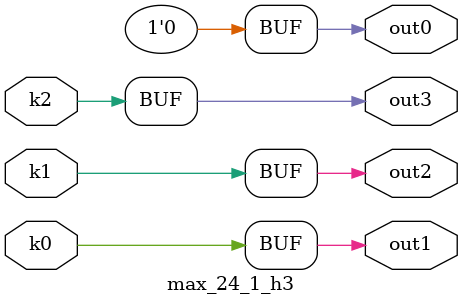
<source format=v>
module max_24_1(pi0, pi1, pi2, pi3, pi4, pi5, pi6, pi7, pi8, po0, po1, po2, po3);
input pi0, pi1, pi2, pi3, pi4, pi5, pi6, pi7, pi8;
output po0, po1, po2, po3;
wire k0, k1, k2;
max_24_1_w3 DUT1 (pi0, pi1, pi2, pi3, pi4, pi5, pi6, pi7, pi8, k0, k1, k2);
max_24_1_h3 DUT2 (k0, k1, k2, po0, po1, po2, po3);
endmodule

module max_24_1_w3(in8, in7, in6, in5, in4, in3, in2, in1, in0, k2, k1, k0);
input in8, in7, in6, in5, in4, in3, in2, in1, in0;
output k2, k1, k0;
assign k0 =   in0 ? ~in6 : ~in3;
assign k1 =   in0 ? ~in8 : ~in5;
assign k2 =   ~in1 & ((((~in8 & (in5 | in2)) | (in5 & in2)) & (~in6 | in3) & (~in7 | in4)) | (~in7 & in4 & (~in6 | in3)) | (~in6 & in3));
endmodule

module max_24_1_h3(k2, k1, k0, out3, out2, out1, out0);
input k2, k1, k0;
output out3, out2, out1, out0;
assign out0 = 0;
assign out1 = k0;
assign out2 = k1;
assign out3 = k2;
endmodule

</source>
